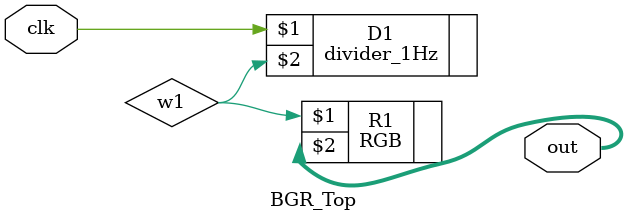
<source format=v>
`timescale 1ns / 1ps


module BGR_Top(clk,out);

input clk;
output [2:0] out;


reg [2:0] out;
wire w1; //connect divider and RGB


  divider_1Hz D1(clk,w1);
  RGB R1(w1,out);
  
endmodule

</source>
